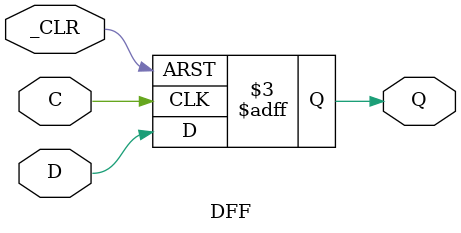
<source format=v>
module DFF(
    input C,
    input _CLR,
    input D,
    output reg Q
);

always @ (posedge C or negedge _CLR)begin
    if(!_CLR)
        Q<=0;
    else begin
        Q<=D;
    end
end

//wire OG1,OG2,OG4,OG6,OG3,OG5;
//
//nand G1 (OG1,OG3,OG2,_PRE);
//nand G2 (OG2,OG1,OG4,_CLR);
//nand G3 (OG3,C,OG5,_CLR);
//nand G4 (OG4,OG6,C,OG3);
//nand G5 (OG5,OG6,OG3,_PRE); 
//nand G6 (OG6,D,OG4,_CLR);
//
//assign Q = OG1;
//assign _Q = ~Q;



endmodule



</source>
